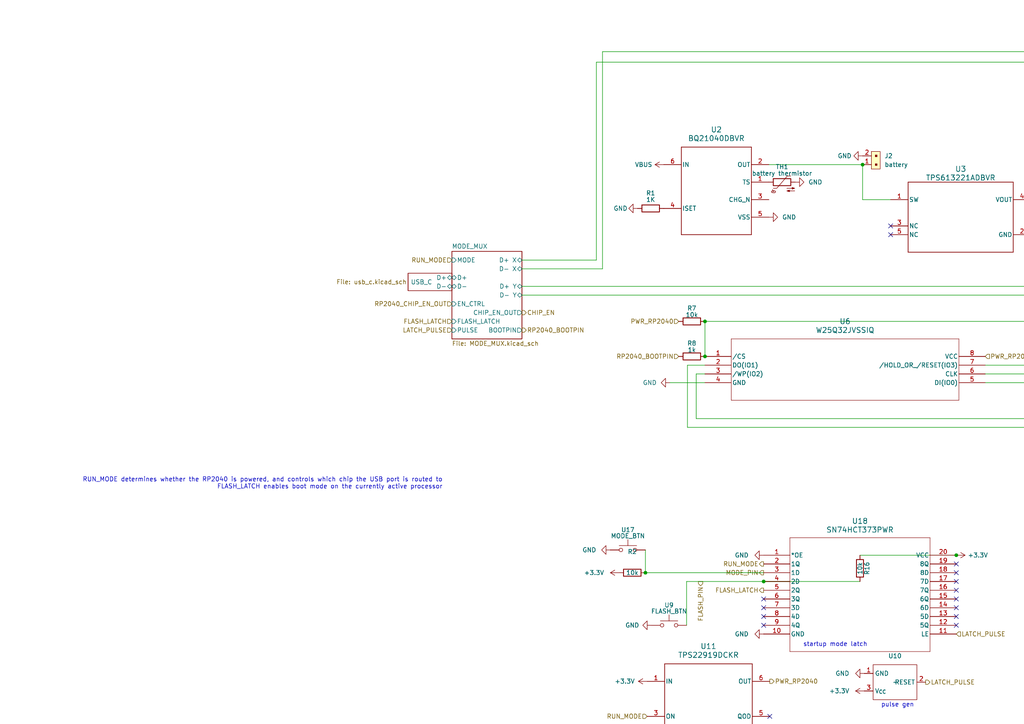
<source format=kicad_sch>
(kicad_sch (version 20230121) (generator eeschema)
  (paper "A4")
  (lib_symbols
    (symbol "2024-01-02_21-46-21:BQ21040DBVR" (pin_names (offset 0.254))
      (property "Reference" "U" (at 0 2.54 0))
      (property "Value" "BQ21040DBVR" (at 0 0 0))
      (symbol "BQ21040DBVR_0_1"
        (pin input line (at 15.24 2.54 180) (length 5.08) (name "TS") (number "1"))
        (pin power_in line (at 15.24 7.62 180) (length 5.08) (name "OUT") (number "2"))
        (pin open_collector line (at 15.24 -2.54 180) (length 5.08) (name "CHG_N") (number "3"))
        (pin input line (at -15.24 -5.08 0) (length 5.08) (name "ISET") (number "4"))
        (pin power_in line (at 15.24 -7.62 180) (length 5.08) (name "VSS") (number "5"))
        (pin power_in line (at -15.24 7.62 0) (length 5.08) (name "IN") (number "6"))
      )
    )
    (symbol "2024-01-02_21-46-27:TPS613221ADBVR" (pin_names (offset 0.254))
      (property "Reference" "U" (at 0 2.54 0))
      (property "Value" "TPS613221ADBVR" (at 0 0 0))
      (symbol "TPS613221ADBVR_0_1"
        (pin power_in line (at -20.32 5.08 0) (length 5.08) (name "SW") (number "1"))
        (pin power_in line (at 20.32 -5.08 180) (length 5.08) (name "GND") (number "2"))
        (pin unspecified line (at -20.32 -2.54 0) (length 5.08) (name "NC") (number "3"))
        (pin power_in line (at 20.32 5.08 180) (length 5.08) (name "VOUT") (number "4"))
        (pin unspecified line (at -20.32 -5.08 0) (length 5.08) (name "NC") (number "5"))
      )
    )
    (symbol "2024-01-09_16-08-29:W25Q32JVSSIQ" (pin_names (offset 0.254))
      (property "Reference" "U" (at 40.64 10.16 0))
      (property "Value" "W25Q32JVSSIQ" (at 40.64 7.62 0))
      (symbol "W25Q32JVSSIQ_0_1"
        (pin unspecified line (at 0 0 0) (length 7.62) (name "/CS") (number "1"))
        (pin unspecified line (at 0 -2.54 0) (length 7.62) (name "DO(IO1)") (number "2"))
        (pin unspecified line (at 0 -5.08 0) (length 7.62) (name "/WP(IO2)") (number "3"))
        (pin power_out line (at 0 -7.62 0) (length 7.62) (name "GND") (number "4"))
        (pin unspecified line (at 81.28 -7.62 180) (length 7.62) (name "DI(IO0)") (number "5"))
        (pin unspecified line (at 81.28 -5.08 180) (length 7.62) (name "CLK") (number "6"))
        (pin unspecified line (at 81.28 -2.54 180) (length 7.62) (name "/HOLD_OR_/RESET(IO3)") (number "7"))
        (pin power_in line (at 81.28 0 180) (length 7.62) (name "VCC") (number "8"))
      )
    )
    (symbol "2024-01-10_18-59-37:RESET_TIMER"
      (property "Reference" "U" (at 0 6.35 0))
      (symbol "RESET_TIMER_1_1"
        (pin passive line (at -8.89 2.54 0) (length 2.54) (name "GND") (number "1"))
        (pin output line (at 8.89 0 180) (length 2.54) (name "RESET") (number "2"))
        (pin passive line (at -8.89 -2.54 0) (length 2.54) (name "V_{CC}") (number "3"))
      )
    )
    (symbol "2024-01-10_19-26-16:TPS22919DCKR" (pin_names (offset 0.254))
      (property "Reference" "U" (at 0 2.54 0))
      (property "Value" "TPS22919DCKR" (at 0 0 0))
      (symbol "TPS22919DCKR_0_1"
        (pin power_in line (at -17.78 7.62 0) (length 5.08) (name "IN") (number "1"))
        (pin power_in line (at 17.78 -10.16 180) (length 5.08) (name "GND") (number "2"))
        (pin input line (at -17.78 -2.54 0) (length 5.08) (name "ON") (number "3"))
        (pin unspecified line (at -17.78 -10.16 0) (length 5.08) (name "N_C") (number "4"))
        (pin power_in line (at 17.78 -2.54 180) (length 5.08) (name "QOD") (number "5"))
        (pin power_in line (at 17.78 7.62 180) (length 5.08) (name "OUT") (number "6"))
      )
    )
    (symbol "2024-01-19_20-37-39:SN74HCT373PWR" (pin_names (offset 0.254))
      (property "Reference" "U" (at 27.94 10.16 0))
      (property "Value" "SN74HCT373PWR" (at 27.94 7.62 0))
      (symbol "SN74HCT373PWR_0_1"
        (pin input line (at 0 0 0) (length 7.62) (name "*OE") (number "1"))
        (pin power_in line (at 0 -22.86 0) (length 7.62) (name "GND") (number "10"))
        (pin input line (at 55.88 -22.86 180) (length 7.62) (name "LE") (number "11"))
        (pin output line (at 55.88 -20.32 180) (length 7.62) (name "5Q") (number "12"))
        (pin input line (at 55.88 -17.78 180) (length 7.62) (name "5D") (number "13"))
        (pin input line (at 55.88 -15.24 180) (length 7.62) (name "6D") (number "14"))
        (pin output line (at 55.88 -12.7 180) (length 7.62) (name "6Q") (number "15"))
        (pin output line (at 55.88 -10.16 180) (length 7.62) (name "7Q") (number "16"))
        (pin input line (at 55.88 -7.62 180) (length 7.62) (name "7D") (number "17"))
        (pin input line (at 55.88 -5.08 180) (length 7.62) (name "8D") (number "18"))
        (pin output line (at 55.88 -2.54 180) (length 7.62) (name "8Q") (number "19"))
        (pin output line (at 0 -2.54 0) (length 7.62) (name "1Q") (number "2"))
        (pin power_in line (at 55.88 0 180) (length 7.62) (name "VCC") (number "20"))
        (pin input line (at 0 -5.08 0) (length 7.62) (name "1D") (number "3"))
        (pin input line (at 0 -7.62 0) (length 7.62) (name "2D") (number "4"))
        (pin output line (at 0 -10.16 0) (length 7.62) (name "2Q") (number "5"))
        (pin output line (at 0 -12.7 0) (length 7.62) (name "3Q") (number "6"))
        (pin input line (at 0 -15.24 0) (length 7.62) (name "3D") (number "7"))
        (pin input line (at 0 -17.78 0) (length 7.62) (name "4D") (number "8"))
        (pin output line (at 0 -20.32 0) (length 7.62) (name "4Q") (number "9"))
      )
    )
    (symbol "5530843-5:5530843-5" (pin_names (offset 1.016))
      (property "Reference" "J" (at -10.16 34.29 0))
      (property "Value" "5530843-5" (at -10.16 -35.56 0))
      (symbol "5530843-5_0_0"
        (pin passive line (at -12.7 30.48 0) (length 5.08) (name "1") (number "1"))
        (pin passive line (at 12.7 20.32 180) (length 5.08) (name "10") (number "10"))
        (pin passive line (at -12.7 17.78 0) (length 5.08) (name "11") (number "11"))
        (pin passive line (at 12.7 17.78 180) (length 5.08) (name "12") (number "12"))
        (pin passive line (at -12.7 15.24 0) (length 5.08) (name "13") (number "13"))
        (pin passive line (at 12.7 15.24 180) (length 5.08) (name "14") (number "14"))
        (pin passive line (at -12.7 12.7 0) (length 5.08) (name "15") (number "15"))
        (pin passive line (at 12.7 12.7 180) (length 5.08) (name "16") (number "16"))
        (pin passive line (at -12.7 10.16 0) (length 5.08) (name "17") (number "17"))
        (pin passive line (at 12.7 10.16 180) (length 5.08) (name "18") (number "18"))
        (pin passive line (at -12.7 7.62 0) (length 5.08) (name "19") (number "19"))
        (pin passive line (at 12.7 30.48 180) (length 5.08) (name "2") (number "2"))
        (pin passive line (at 12.7 7.62 180) (length 5.08) (name "20") (number "20"))
        (pin passive line (at -12.7 5.08 0) (length 5.08) (name "21") (number "21"))
        (pin passive line (at 12.7 5.08 180) (length 5.08) (name "22") (number "22"))
        (pin passive line (at -12.7 2.54 0) (length 5.08) (name "23") (number "23"))
        (pin passive line (at 12.7 2.54 180) (length 5.08) (name "24") (number "24"))
        (pin passive line (at -12.7 0 0) (length 5.08) (name "25") (number "25"))
        (pin passive line (at 12.7 0 180) (length 5.08) (name "26") (number "26"))
        (pin passive line (at -12.7 -2.54 0) (length 5.08) (name "27") (number "27"))
        (pin passive line (at 12.7 -2.54 180) (length 5.08) (name "28") (number "28"))
        (pin passive line (at -12.7 -5.08 0) (length 5.08) (name "29") (number "29"))
        (pin passive line (at -12.7 27.94 0) (length 5.08) (name "3") (number "3"))
        (pin passive line (at 12.7 -5.08 180) (length 5.08) (name "30") (number "30"))
        (pin passive line (at -12.7 -7.62 0) (length 5.08) (name "31") (number "31"))
        (pin passive line (at 12.7 -7.62 180) (length 5.08) (name "32") (number "32"))
        (pin passive line (at -12.7 -10.16 0) (length 5.08) (name "33") (number "33"))
        (pin passive line (at 12.7 -10.16 180) (length 5.08) (name "34") (number "34"))
        (pin passive line (at -12.7 -12.7 0) (length 5.08) (name "35") (number "35"))
        (pin passive line (at 12.7 -12.7 180) (length 5.08) (name "36") (number "36"))
        (pin passive line (at -12.7 -15.24 0) (length 5.08) (name "37") (number "37"))
        (pin passive line (at 12.7 -15.24 180) (length 5.08) (name "38") (number "38"))
        (pin passive line (at -12.7 -17.78 0) (length 5.08) (name "39") (number "39"))
        (pin passive line (at 12.7 27.94 180) (length 5.08) (name "4") (number "4"))
        (pin passive line (at 12.7 -17.78 180) (length 5.08) (name "40") (number "40"))
        (pin passive line (at -12.7 -20.32 0) (length 5.08) (name "41") (number "41"))
        (pin passive line (at 12.7 -20.32 180) (length 5.08) (name "42") (number "42"))
        (pin passive line (at -12.7 -22.86 0) (length 5.08) (name "43") (number "43"))
        (pin passive line (at 12.7 -22.86 180) (length 5.08) (name "44") (number "44"))
        (pin passive line (at -12.7 -25.4 0) (length 5.08) (name "45") (number "45"))
        (pin passive line (at 12.7 -25.4 180) (length 5.08) (name "46") (number "46"))
        (pin passive line (at -12.7 -27.94 0) (length 5.08) (name "47") (number "47"))
        (pin passive line (at 12.7 -27.94 180) (length 5.08) (name "48") (number "48"))
        (pin passive line (at -12.7 -30.48 0) (length 5.08) (name "49") (number "49"))
        (pin passive line (at -12.7 25.4 0) (length 5.08) (name "5") (number "5"))
        (pin passive line (at 12.7 -30.48 180) (length 5.08) (name "50") (number "50"))
        (pin passive line (at 12.7 25.4 180) (length 5.08) (name "6") (number "6"))
        (pin passive line (at -12.7 22.86 0) (length 5.08) (name "7") (number "7"))
        (pin passive line (at 12.7 22.86 180) (length 5.08) (name "8") (number "8"))
        (pin passive line (at -12.7 20.32 0) (length 5.08) (name "9") (number "9"))
      )
    )
    (symbol "Connector:Micro_SD_Card" (pin_names (offset 1.016))
      (property "Reference" "J" (at -16.51 15.24 0))
      (property "Value" "Micro_SD_Card" (at 16.51 15.24 0))
      (symbol "Micro_SD_Card_1_1"
        (pin bidirectional line (at -22.86 7.62 0) (length 3.81) (name "DAT2") (number "1"))
        (pin bidirectional line (at -22.86 5.08 0) (length 3.81) (name "DAT3/CD") (number "2"))
        (pin input line (at -22.86 2.54 0) (length 3.81) (name "CMD") (number "3"))
        (pin power_in line (at -22.86 0 0) (length 3.81) (name "VDD") (number "4"))
        (pin input line (at -22.86 -2.54 0) (length 3.81) (name "CLK") (number "5"))
        (pin power_in line (at -22.86 -5.08 0) (length 3.81) (name "VSS") (number "6"))
        (pin bidirectional line (at -22.86 -7.62 0) (length 3.81) (name "DAT0") (number "7"))
        (pin bidirectional line (at -22.86 -10.16 0) (length 3.81) (name "DAT1") (number "8"))
        (pin passive line (at 20.32 -15.24 180) (length 3.81) (name "SHIELD") (number "9"))
      )
    )
    (symbol "Device:Crystal" (pin_numbers hide) (pin_names (offset 1.016) hide)
      (property "Reference" "Y" (at 0 3.81 0))
      (property "Value" "Crystal" (at 0 -3.81 0))
      (symbol "Crystal_1_1"
        (pin passive line (at -3.81 0 0) (length 1.27) (name "1") (number "1"))
        (pin passive line (at 3.81 0 180) (length 1.27) (name "2") (number "2"))
      )
    )
    (symbol "Device:R" (pin_numbers hide) (pin_names (offset 0))
      (property "Reference" "R" (at 2.032 0 90))
      (property "Value" "R" (at 0 0 90))
      (symbol "R_1_1"
        (pin passive line (at 0 3.81 270) (length 1.27) (name "~") (number "1"))
        (pin passive line (at 0 -3.81 90) (length 1.27) (name "~") (number "2"))
      )
    )
    (symbol "Device:Thermistor_NTC" (pin_numbers hide) (pin_names (offset 0))
      (property "Reference" "TH" (at -4.445 0 90))
      (property "Value" "Thermistor_NTC" (at 3.175 0 90))
      (symbol "Thermistor_NTC_1_1"
        (pin passive line (at 0 3.81 270) (length 1.27) (name "~") (number "1"))
        (pin passive line (at 0 -3.81 90) (length 1.27) (name "~") (number "2"))
      )
    )
    (symbol "MCU_RaspberryPi:RP2040"
      (property "Reference" "U" (at 17.78 45.72 0))
      (property "Value" "RP2040" (at 17.78 43.18 0))
      (symbol "RP2040_1_1"
        (pin power_in line (at 2.54 45.72 270) (length 3.81) (name "IOVDD") (number "1"))
        (pin passive line (at 2.54 45.72 270) (length 3.81) hide (name "IOVDD") (number "10"))
        (pin bidirectional line (at 25.4 17.78 180) (length 3.81) (name "GPIO8") (number "11"))
        (pin bidirectional line (at 25.4 15.24 180) (length 3.81) (name "GPIO9") (number "12"))
        (pin bidirectional line (at 25.4 12.7 180) (length 3.81) (name "GPIO10") (number "13"))
        (pin bidirectional line (at 25.4 10.16 180) (length 3.81) (name "GPIO11") (number "14"))
        (pin bidirectional line (at 25.4 7.62 180) (length 3.81) (name "GPIO12") (number "15"))
        (pin bidirectional line (at 25.4 5.08 180) (length 3.81) (name "GPIO13") (number "16"))
        (pin bidirectional line (at 25.4 2.54 180) (length 3.81) (name "GPIO14") (number "17"))
        (pin bidirectional line (at 25.4 0 180) (length 3.81) (name "GPIO15") (number "18"))
        (pin input line (at -25.4 -38.1 0) (length 3.81) (name "TESTEN") (number "19"))
        (pin bidirectional line (at 25.4 38.1 180) (length 3.81) (name "GPIO0") (number "2"))
        (pin input line (at -25.4 -7.62 0) (length 3.81) (name "XIN") (number "20"))
        (pin passive line (at -25.4 -17.78 0) (length 3.81) (name "XOUT") (number "21"))
        (pin passive line (at 2.54 45.72 270) (length 3.81) hide (name "IOVDD") (number "22"))
        (pin power_in line (at -2.54 45.72 270) (length 3.81) (name "DVDD") (number "23"))
        (pin input line (at -25.4 -27.94 0) (length 3.81) (name "SWCLK") (number "24"))
        (pin bidirectional line (at -25.4 -30.48 0) (length 3.81) (name "SWD") (number "25"))
        (pin input line (at -25.4 38.1 0) (length 3.81) (name "RUN") (number "26"))
        (pin bidirectional line (at 25.4 -2.54 180) (length 3.81) (name "GPIO16") (number "27"))
        (pin bidirectional line (at 25.4 -5.08 180) (length 3.81) (name "GPIO17") (number "28"))
        (pin bidirectional line (at 25.4 -7.62 180) (length 3.81) (name "GPIO18") (number "29"))
        (pin bidirectional line (at 25.4 35.56 180) (length 3.81) (name "GPIO1") (number "3"))
        (pin bidirectional line (at 25.4 -10.16 180) (length 3.81) (name "GPIO19") (number "30"))
        (pin bidirectional line (at 25.4 -12.7 180) (length 3.81) (name "GPIO20") (number "31"))
        (pin bidirectional line (at 25.4 -15.24 180) (length 3.81) (name "GPIO21") (number "32"))
        (pin passive line (at 2.54 45.72 270) (length 3.81) hide (name "IOVDD") (number "33"))
        (pin bidirectional line (at 25.4 -17.78 180) (length 3.81) (name "GPIO22") (number "34"))
        (pin bidirectional line (at 25.4 -20.32 180) (length 3.81) (name "GPIO23") (number "35"))
        (pin bidirectional line (at 25.4 -22.86 180) (length 3.81) (name "GPIO24") (number "36"))
        (pin bidirectional line (at 25.4 -25.4 180) (length 3.81) (name "GPIO25") (number "37"))
        (pin bidirectional line (at 25.4 -30.48 180) (length 3.81) (name "GPIO26_ADC0") (number "38"))
        (pin bidirectional line (at 25.4 -33.02 180) (length 3.81) (name "GPIO27_ADC1") (number "39"))
        (pin bidirectional line (at 25.4 33.02 180) (length 3.81) (name "GPIO2") (number "4"))
        (pin bidirectional line (at 25.4 -35.56 180) (length 3.81) (name "GPIO28_ADC2") (number "40"))
        (pin bidirectional line (at 25.4 -38.1 180) (length 3.81) (name "GPIO29_ADC3") (number "41"))
        (pin passive line (at 2.54 45.72 270) (length 3.81) hide (name "IOVDD") (number "42"))
        (pin power_in line (at 7.62 45.72 270) (length 3.81) (name "ADC_AVDD") (number "43"))
        (pin power_in line (at 10.16 45.72 270) (length 3.81) (name "VREG_IN") (number "44"))
        (pin power_out line (at -5.08 45.72 270) (length 3.81) (name "VREG_VOUT") (number "45"))
        (pin bidirectional line (at -25.4 27.94 0) (length 3.81) (name "USB_DM") (number "46"))
        (pin bidirectional line (at -25.4 30.48 0) (length 3.81) (name "USB_DP") (number "47"))
        (pin power_in line (at 5.08 45.72 270) (length 3.81) (name "USB_VDD") (number "48"))
        (pin passive line (at 2.54 45.72 270) (length 3.81) hide (name "IOVDD") (number "49"))
        (pin bidirectional line (at 25.4 30.48 180) (length 3.81) (name "GPIO3") (number "5"))
        (pin passive line (at -2.54 45.72 270) (length 3.81) hide (name "DVDD") (number "50"))
        (pin bidirectional line (at -25.4 7.62 0) (length 3.81) (name "QSPI_SD3") (number "51"))
        (pin output line (at -25.4 5.08 0) (length 3.81) (name "QSPI_SCLK") (number "52"))
        (pin bidirectional line (at -25.4 15.24 0) (length 3.81) (name "QSPI_SD0") (number "53"))
        (pin bidirectional line (at -25.4 10.16 0) (length 3.81) (name "QSPI_SD2") (number "54"))
        (pin bidirectional line (at -25.4 12.7 0) (length 3.81) (name "QSPI_SD1") (number "55"))
        (pin bidirectional line (at -25.4 20.32 0) (length 3.81) (name "QSPI_SS") (number "56"))
        (pin power_in line (at 0 -45.72 90) (length 3.81) (name "GND") (number "57"))
        (pin bidirectional line (at 25.4 27.94 180) (length 3.81) (name "GPIO4") (number "6"))
        (pin bidirectional line (at 25.4 25.4 180) (length 3.81) (name "GPIO5") (number "7"))
        (pin bidirectional line (at 25.4 22.86 180) (length 3.81) (name "GPIO6") (number "8"))
        (pin bidirectional line (at 25.4 20.32 180) (length 3.81) (name "GPIO7") (number "9"))
      )
    )
    (symbol "Switch:SW_SPDT" (pin_names (offset 0) hide)
      (property "Reference" "SW" (at 0 5.08 0))
      (property "Value" "SW_SPDT" (at 0 -5.08 0))
      (symbol "SW_SPDT_1_1"
        (pin passive line (at 5.08 2.54 180) (length 2.54) (name "A") (number "1"))
        (pin passive line (at -5.08 0 0) (length 2.54) (name "B") (number "2"))
        (pin passive line (at 5.08 -2.54 180) (length 2.54) (name "C") (number "3"))
      )
    )
    (symbol "custom:button" (pin_numbers hide) (pin_names hide)
      (property "Reference" "U" (at 0 5.08 0))
      (symbol "button_1_1"
        (pin passive line (at -5.08 0 0) (length 2.54) (name "1") (number "1"))
        (pin passive line (at 5.08 0 180) (length 2.54) (name "2") (number "2"))
      )
    )
    (symbol "dk_Rectangular-Connectors-Headers-Male-Pins:640456-3" (pin_names (offset 1.016))
      (property "Reference" "J" (at -2.54 1.27 0))
      (property "Value" "640456-3" (at 2.54 -3.81 0))
      (symbol "640456-3_1_1"
        (pin passive line (at 0 2.54 270) (length 2.54) (name "~") (number "1"))
        (pin passive line (at 2.54 2.54 270) (length 2.54) (name "~") (number "2"))
        (pin passive line (at 5.08 2.54 270) (length 2.54) (name "~") (number "3"))
      )
    )
    (symbol "dk_Rectangular-Connectors-Headers-Male-Pins:S2B-PH-K-S_LF__SN_" (pin_names (offset 1.016))
      (property "Reference" "J" (at -2.54 -1.27 0))
      (property "Value" "S2B-PH-K-S_LF__SN_" (at 1.27 -3.81 0))
      (symbol "S2B-PH-K-S_LF__SN__1_1"
        (pin passive line (at 0 2.54 270) (length 2.54) (name "~") (number "1"))
        (pin passive line (at 2.54 2.54 270) (length 2.54) (name "~") (number "2"))
      )
    )
    (symbol "power:+3.3V" (power) (pin_names (offset 0))
      (property "Value" "+3.3V" (at 0 3.556 0))
      (symbol "+3.3V_1_1"
        (pin power_in line (at 0 0 90) (length 0) hide (name "+3.3V") (number "1"))
      )
    )
    (symbol "power:GND" (power) (pin_names (offset 0))
      (property "Value" "GND" (at 0 -3.81 0))
      (symbol "GND_1_1"
        (pin power_in line (at 0 0 270) (length 0) hide (name "GND") (number "1"))
      )
    )
    (symbol "power:VBUS" (power) (pin_names (offset 0))
      (property "Value" "VBUS" (at 0 3.81 0))
      (symbol "VBUS_1_1"
        (pin power_in line (at 0 0 90) (length 0) hide (name "VBUS") (number "1"))
      )
    )
    (symbol "power:VCC" (power) (pin_names (offset 0))
      (property "Value" "VCC" (at 0 3.81 0))
      (symbol "VCC_1_1"
        (pin power_in line (at 0 0 90) (length 0) hide (name "VCC") (number "1"))
      )
    )
  )
  (junction (at 402.082 44.45))
  (junction (at 250.19 47.752))
  (junction (at 421.894 218.44))
  (junction (at 447.294 185.928))
  (junction (at 579.374 288.798))
  (junction (at 221.488 168.656))
  (junction (at 424.434 220.98))
  (junction (at 553.974 349.758))
  (junction (at 277.368 161.036))
  (junction (at 579.374 349.758))
  (junction (at 352.806 67.818))
  (junction (at 324.358 159.258))
  (junction (at 350.266 67.818))
  (junction (at 204.47 93.218))
  (junction (at 187.198 166.116))
  (junction (at 553.974 288.798))
  (junction (at 204.47 103.378))
  (junction (at 350.266 64.008))
  (junction (at 402.082 34.29))
  (junction (at 355.346 67.818))
  (no_connect (at 258.318 68.072))
  (no_connect (at 258.318 65.532))
  (no_connect (at 221.488 178.816))
  (no_connect (at 277.368 176.276))
  (no_connect (at 277.368 166.116))
  (no_connect (at 277.368 163.576))
  (no_connect (at 402.082 52.07))
  (no_connect (at 277.368 181.356))
  (no_connect (at 277.368 168.656))
  (no_connect (at 373.126 151.638))
  (no_connect (at 277.368 178.816))
  (no_connect (at 221.488 181.356))
  (no_connect (at 223.266 207.772))
  (no_connect (at 437.642 44.45))
  (no_connect (at 277.368 171.196))
  (no_connect (at 221.488 173.736))
  (no_connect (at 277.368 173.736))
  (no_connect (at 187.706 215.392))
  (no_connect (at 221.488 176.276))
  (wire (pts (xy 451.866 191.008) (xy 451.866 185.928)))
  (wire (pts (xy 172.974 18.034) (xy 549.148 18.034)))
  (wire (pts (xy 432.054 226.06) (xy 429.514 226.06)))
  (wire (pts (xy 322.326 130.048) (xy 322.326 131.318)))
  (wire (pts (xy 151.384 75.438) (xy 172.974 75.438)))
  (wire (pts (xy 322.326 64.008) (xy 350.266 64.008)))
  (wire (pts (xy 403.86 220.98) (xy 424.434 220.98)))
  (wire (pts (xy 402.082 146.558) (xy 402.082 155.448)))
  (wire (pts (xy 373.126 108.458) (xy 411.734 108.458)))
  (wire (pts (xy 373.126 88.138) (xy 411.734 88.138)))
  (wire (pts (xy 174.752 77.978) (xy 174.752 14.986)))
  (wire (pts (xy 199.39 105.918) (xy 199.39 123.952)))
  (wire (pts (xy 285.75 108.458) (xy 322.326 108.458)))
  (wire (pts (xy 311.15 110.998) (xy 311.15 98.298)))
  (wire (pts (xy 250.19 47.752) (xy 250.19 57.912)))
  (wire (pts (xy 187.198 159.512) (xy 187.198 166.116)))
  (wire (pts (xy 201.93 121.412) (xy 316.23 121.412)))
  (wire (pts (xy 322.326 159.258) (xy 324.358 159.258)))
  (wire (pts (xy 221.488 168.656) (xy 249.428 168.656)))
  (wire (pts (xy 399.542 157.988) (xy 399.542 144.018)))
  (wire (pts (xy 373.126 85.598) (xy 411.734 85.598)))
  (wire (pts (xy 553.974 347.218) (xy 553.974 349.758)))
  (wire (pts (xy 402.082 185.928) (xy 447.294 185.928)))
  (wire (pts (xy 342.646 67.818) (xy 345.186 67.818)))
  (wire (pts (xy 454.406 152.908) (xy 404.622 152.908)))
  (wire (pts (xy 421.894 163.068) (xy 454.406 163.068)))
  (wire (pts (xy 553.974 288.798) (xy 553.974 291.338)))
  (wire (pts (xy 402.082 34.29) (xy 402.082 35.56)))
  (wire (pts (xy 322.326 151.638) (xy 322.326 159.258)))
  (wire (pts (xy 194.31 110.998) (xy 204.47 110.998)))
  (wire (pts (xy 373.126 131.318) (xy 411.734 131.318)))
  (wire (pts (xy 499.872 155.448) (xy 555.244 155.448)))
  (wire (pts (xy 352.806 67.818) (xy 355.346 67.818)))
  (wire (pts (xy 285.75 105.918) (xy 322.326 105.918)))
  (wire (pts (xy 402.082 49.53) (xy 402.082 44.45)))
  (wire (pts (xy 313.69 100.838) (xy 322.326 100.838)))
  (wire (pts (xy 373.126 95.758) (xy 411.734 95.758)))
  (wire (pts (xy 350.266 59.182) (xy 350.266 64.008)))
  (wire (pts (xy 151.384 77.978) (xy 174.752 77.978)))
  (wire (pts (xy 424.434 165.608) (xy 454.406 165.608)))
  (wire (pts (xy 549.148 18.034) (xy 549.148 152.908)))
  (wire (pts (xy 402.082 196.088) (xy 402.082 185.928)))
  (wire (pts (xy 426.974 223.52) (xy 432.054 223.52)))
  (wire (pts (xy 373.126 80.518) (xy 411.734 80.518)))
  (wire (pts (xy 373.126 100.838) (xy 411.734 100.838)))
  (wire (pts (xy 373.126 116.078) (xy 411.734 116.078)))
  (wire (pts (xy 249.428 161.036) (xy 277.368 161.036)))
  (wire (pts (xy 373.126 93.218) (xy 411.734 93.218)))
  (wire (pts (xy 404.622 152.908) (xy 404.622 138.938)))
  (wire (pts (xy 172.974 75.438) (xy 172.974 18.034)))
  (wire (pts (xy 373.126 128.778) (xy 411.734 128.778)))
  (wire (pts (xy 555.244 14.986) (xy 555.244 155.448)))
  (wire (pts (xy 404.622 138.938) (xy 373.126 138.938)))
  (wire (pts (xy 399.542 144.018) (xy 373.126 144.018)))
  (wire (pts (xy 285.75 110.998) (xy 311.15 110.998)))
  (wire (pts (xy 447.294 183.388) (xy 450.342 183.388)))
  (wire (pts (xy 373.126 123.698) (xy 411.734 123.698)))
  (wire (pts (xy 421.894 163.068) (xy 421.894 218.44)))
  (wire (pts (xy 373.126 118.618) (xy 411.734 118.618)))
  (wire (pts (xy 579.374 347.218) (xy 579.374 349.758)))
  (wire (pts (xy 451.104 183.388) (xy 451.104 188.468)))
  (wire (pts (xy 447.294 175.768) (xy 454.406 175.768)))
  (wire (pts (xy 447.294 191.008) (xy 451.866 191.008)))
  (wire (pts (xy 373.126 121.158) (xy 411.734 121.158)))
  (wire (pts (xy 394.97 34.29) (xy 402.082 34.29)))
  (wire (pts (xy 450.342 180.848) (xy 454.406 180.848)))
  (wire (pts (xy 407.416 150.368) (xy 454.406 150.368)))
  (wire (pts (xy 373.126 90.678) (xy 411.734 90.678)))
  (wire (pts (xy 402.082 155.448) (xy 454.406 155.448)))
  (wire (pts (xy 373.126 103.378) (xy 411.734 103.378)))
  (wire (pts (xy 454.406 183.388) (xy 451.104 183.388)))
  (wire (pts (xy 451.866 185.928) (xy 454.406 185.928)))
  (wire (pts (xy 187.198 166.116) (xy 221.488 166.116)))
  (wire (pts (xy 322.326 64.008) (xy 322.326 75.438)))
  (wire (pts (xy 373.126 105.918) (xy 411.734 105.918)))
  (wire (pts (xy 350.266 64.008) (xy 350.266 67.818)))
  (wire (pts (xy 350.266 67.818) (xy 352.806 67.818)))
  (wire (pts (xy 174.752 14.986) (xy 555.244 14.986)))
  (wire (pts (xy 404.114 196.088) (xy 402.082 196.088)))
  (wire (pts (xy 316.23 121.412) (xy 316.23 103.378)))
  (wire (pts (xy 447.294 188.468) (xy 451.104 188.468)))
  (wire (pts (xy 403.86 218.44) (xy 421.894 218.44)))
  (wire (pts (xy 199.39 123.952) (xy 313.69 123.952)))
  (wire (pts (xy 579.374 288.798) (xy 579.374 291.338)))
  (wire (pts (xy 429.514 170.688) (xy 454.406 170.688)))
  (wire (pts (xy 373.126 146.558) (xy 402.082 146.558)))
  (wire (pts (xy 426.974 168.148) (xy 426.974 223.52)))
  (wire (pts (xy 355.346 67.818) (xy 357.886 67.818)))
  (wire (pts (xy 373.126 110.998) (xy 411.734 110.998)))
  (wire (pts (xy 383.54 49.53) (xy 402.082 49.53)))
  (wire (pts (xy 322.326 121.158) (xy 322.326 122.428)))
  (wire (pts (xy 407.416 136.398) (xy 407.416 150.368)))
  (wire (pts (xy 204.47 105.918) (xy 199.39 105.918)))
  (wire (pts (xy 151.384 83.058) (xy 314.706 83.058)))
  (wire (pts (xy 204.47 93.218) (xy 204.47 103.378)))
  (wire (pts (xy 373.126 136.398) (xy 407.416 136.398)))
  (wire (pts (xy 426.974 168.148) (xy 454.406 168.148)))
  (wire (pts (xy 373.126 126.238) (xy 411.734 126.238)))
  (wire (pts (xy 429.514 226.06) (xy 429.514 170.688)))
  (wire (pts (xy 450.342 183.388) (xy 450.342 180.848)))
  (wire (pts (xy 201.93 108.458) (xy 201.93 121.412)))
  (wire (pts (xy 447.294 173.228) (xy 454.406 173.228)))
  (wire (pts (xy 311.15 98.298) (xy 322.326 98.298)))
  (wire (pts (xy 424.434 220.98) (xy 424.434 165.608)))
  (wire (pts (xy 250.19 57.912) (xy 258.318 57.912)))
  (wire (pts (xy 199.136 168.656) (xy 199.136 181.356)))
  (wire (pts (xy 199.136 168.656) (xy 221.488 168.656)))
  (wire (pts (xy 447.294 178.308) (xy 454.406 178.308)))
  (wire (pts (xy 373.126 83.058) (xy 411.734 83.058)))
  (wire (pts (xy 151.384 85.598) (xy 314.706 85.598)))
  (wire (pts (xy 313.69 123.952) (xy 313.69 100.838)))
  (wire (pts (xy 402.082 44.45) (xy 402.082 43.18)))
  (wire (pts (xy 454.406 157.988) (xy 399.542 157.988)))
  (wire (pts (xy 204.47 93.218) (xy 322.326 93.218)))
  (wire (pts (xy 324.358 159.258) (xy 347.726 159.258)))
  (wire (pts (xy 373.126 113.538) (xy 411.734 113.538)))
  (wire (pts (xy 316.23 103.378) (xy 322.326 103.378)))
  (wire (pts (xy 432.054 220.98) (xy 424.434 220.98)))
  (wire (pts (xy 421.894 218.44) (xy 432.054 218.44)))
  (wire (pts (xy 373.126 98.298) (xy 411.734 98.298)))
  (wire (pts (xy 223.012 47.752) (xy 250.19 47.752)))
  (wire (pts (xy 499.872 152.908) (xy 549.148 152.908)))
  (wire (pts (xy 373.126 133.858) (xy 411.734 133.858)))
  (wire (pts (xy 204.47 108.458) (xy 201.93 108.458)))
  (rectangle (start 408.94 209.804) (end 472.44 308.864) (stroke (width 1)))
  (rectangle (start 527.558 274.574) (end 604.52 406.146) (stroke (width 1)))
  (rectangle (start 520.192 181.864) (end 604.774 253.746) (stroke (width 1)))
  (text "pulse gen" (at 255.524 205.232 0) (effects (font (size 1.27 1.27)) (justify left bottom)))
  (text "RUN_MODE determines whether the RP2040 is powered, and controls which chip the USB port is routed to\nFLASH_LATCH enables boot mode on the currently active processor" (at 128.397 141.986 0) (effects (font (size 1.27 1.27)) (justify right bottom)))
  (text "main keypad (\"Main Block\")" (at 522.986 188.214 0) (effects (font (size 2.5 2.5) (thickness 0.5) bold) (justify left bottom)))
  (text "startup mode latch" (at 232.918 187.706 0) (effects (font (size 1.27 1.27)) (justify left bottom)))
  (text "RP2040 power controller" (at 193.294 220.472 0) (effects (font (size 1.27 1.27)) (justify left bottom)))
  (text "edge connector" (at 529.844 280.67 0) (effects (font (size 2.5 2.5) (thickness 1) bold) (justify left bottom)))
  (text "main connector IO" (at 414.782 211.582 90) (effects (font (size 2.5 2.5) bold) (justify right bottom)))
  (hierarchical_label "KPA0" (shape input) (at 563.372 196.342 180))
  (hierarchical_label "KPB12" (shape input) (at 446.024 289.56 0))
  (hierarchical_label "CHIP_EN" (shape output) (at 151.384 90.678 0))
  (hierarchical_label "KPB8" (shape input) (at 446.024 279.4 0))
  (hierarchical_label "KPA11" (shape input) (at 579.374 321.818 0))
  (hierarchical_label "KPB1" (shape output) (at 553.974 296.418 180))
  (hierarchical_label "KPB6" (shape output) (at 563.372 216.662 180))
  (hierarchical_label "KPB9" (shape output) (at 563.372 224.282 180))
  (hierarchical_label "RP2040_UART0_RX" (shape input) (at 373.126 77.978 0))
  (hierarchical_label "PWR_RP2040" (shape output) (at 223.266 197.612 0))
  (hierarchical_label "KPB6" (shape output) (at 553.974 309.118 180))
  (hierarchical_label "LATCH_PULSE" (shape output) (at 268.478 197.866 0))
  (hierarchical_label "KPB7" (shape output) (at 563.372 219.202 180))
  (hierarchical_label "PWR_RP2040" (shape input) (at 411.734 77.978 180))
  (hierarchical_label "KPB15" (shape output) (at 553.974 331.978 180))
  (hierarchical_label "KPB2" (shape output) (at 563.372 206.502 180))
  (hierarchical_label "KPA8" (shape output) (at 446.024 238.76 0))
  (hierarchical_label "CHIP_EN" (shape input) (at 454.406 145.288 180))
  (hierarchical_label "FLASH_PIN" (shape output) (at 203.2 168.656 270))
  (hierarchical_label "KPA14" (shape input) (at 579.374 329.438 0))
  (hierarchical_label "FLASH_PIN" (shape output) (at 579.374 334.518 0))
  (hierarchical_label "RP2040_CHIP_EN_OUT" (shape input) (at 131.064 88.138 180))
  (hierarchical_label "FLASH_LATCH" (shape output) (at 221.488 171.196 180))
  (hierarchical_label "KPB10" (shape output) (at 563.372 226.822 180))
  (hierarchical_label "KPB11" (shape output) (at 553.974 321.818 180))
  (hierarchical_label "KPA15" (shape output) (at 446.024 256.54 0))
  (hierarchical_label "RP2040_UART0_RX" (shape output) (at 579.374 339.598 0))
  (hierarchical_label "ESP32_UART0_RX" (shape input) (at 499.872 145.288 0))
  (hierarchical_label "RP2040_BOOTPIN" (shape input) (at 196.85 103.378 180))
  (hierarchical_label "KPB3" (shape input) (at 446.024 266.7 0))
  (hierarchical_label "KPB8" (shape output) (at 563.372 221.742 180))
  (hierarchical_label "KPB7" (shape output) (at 553.974 311.658 180))
  (hierarchical_label "KPA3" (shape input) (at 579.374 301.498 0))
  (hierarchical_label "KPA5" (shape input) (at 579.374 306.578 0))
  (hierarchical_label "KPA1" (shape input) (at 563.372 198.882 180))
  (hierarchical_label "KPA2" (shape input) (at 579.374 298.958 0))
  (hierarchical_label "GPIO_I2C_INT" (shape bidirectional) (at 579.374 342.138 0))
  (hierarchical_label "KPB0" (shape output) (at 563.372 201.422 180))
  (hierarchical_label "KPA0" (shape output) (at 446.024 218.44 0))
  (hierarchical_label "KPB15" (shape input) (at 446.024 297.18 0))
  (hierarchical_label "KPA13" (shape input) (at 579.374 326.898 0))
  (hierarchical_label "RP2040_CHIP_EN_OUT" (shape input) (at 373.126 149.098 0))
  (hierarchical_label "KPB15" (shape output) (at 563.372 239.522 180))
  (hierarchical_label "GPIO_I2C_SDA" (shape bidirectional) (at 403.86 220.98 180))
  (hierarchical_label "KPB14" (shape output) (at 563.372 236.982 180))
  (hierarchical_label "KPA0" (shape input) (at 579.374 293.878 0))
  (hierarchical_label "KPB6" (shape input) (at 446.024 274.32 0))
  (hierarchical_label "KPB13" (shape output) (at 563.372 234.442 180))
  (hierarchical_label "ESP32_UART0_TX" (shape output) (at 499.872 147.828 0))
  (hierarchical_label "FLASH_LATCH" (shape input) (at 454.406 193.548 180))
  (hierarchical_label "RUN_MODE" (shape input) (at 131.064 75.438 180))
  (hierarchical_label "KPA13" (shape output) (at 446.024 251.46 0))
  (hierarchical_label "KPA9" (shape input) (at 579.374 316.738 0))
  (hierarchical_label "KPA14" (shape output) (at 446.024 254 0))
  (hierarchical_label "RUN_MODE" (shape input) (at 187.706 207.772 180))
  (hierarchical_label "KPA10" (shape input) (at 579.374 319.278 0))
  (hierarchical_label "KPA4" (shape input) (at 579.374 304.038 0))
  (hierarchical_label "KPA10" (shape output) (at 446.024 243.84 0))
  (hierarchical_label "GLOBAL_RESET_PIN" (shape output) (at 553.974 334.518 180))
  (hierarchical_label "KPB5" (shape output) (at 553.974 306.578 180))
  (hierarchical_label "GPIO_I2C_SCL" (shape bidirectional) (at 553.974 344.678 180))
  (hierarchical_label "KPB3" (shape output) (at 553.974 301.498 180))
  (hierarchical_label "KPB0" (shape output) (at 553.974 293.878 180))
  (hierarchical_label "PWR_RP2040" (shape output) (at 350.266 59.182 90))
  (hierarchical_label "KPB5" (shape input) (at 446.024 271.78 0))
  (hierarchical_label "KPA7" (shape input) (at 579.374 311.658 0))
  (hierarchical_label "KPA6" (shape input) (at 579.374 309.118 0))
  (hierarchical_label "KPB10" (shape input) (at 446.024 284.48 0))
  (hierarchical_label "ESP32_UART0_TX" (shape input) (at 579.374 337.058 0))
  (hierarchical_label "GPIO_I2C_SDA" (shape bidirectional) (at 579.374 344.678 0))
  (hierarchical_label "KPA7" (shape output) (at 446.024 236.22 0))
  (hierarchical_label "PWR_RP2040" (shape input) (at 196.85 93.218 180))
  (hierarchical_label "GLOBAL_RESET_PIN" (shape input) (at 383.54 49.53 180))
  (hierarchical_label "LATCH_PULSE" (shape input) (at 277.368 183.896 0))
  (hierarchical_label "KPA15" (shape input) (at 579.374 331.978 0))
  (hierarchical_label "KPB4" (shape output) (at 563.372 211.582 180))
  (hierarchical_label "KPB13" (shape input) (at 446.024 292.1 0))
  (hierarchical_label "KPA1" (shape input) (at 579.374 296.418 0))
  (hierarchical_label "KPB13" (shape output) (at 553.974 326.898 180))
  (hierarchical_label "KPB0" (shape input) (at 446.024 259.08 0))
  (hierarchical_label "KPB14" (shape output) (at 553.974 329.438 180))
  (hierarchical_label "KPB2" (shape output) (at 553.974 298.958 180))
  (hierarchical_label "KPA4" (shape output) (at 446.024 228.6 0))
  (hierarchical_label "KPB3" (shape output) (at 563.372 209.042 180))
  (hierarchical_label "FLASH_LATCH" (shape input) (at 131.064 93.218 180))
  (hierarchical_label "PWR_RP2040" (shape input) (at 285.75 103.378 0))
  (hierarchical_label "KPA11" (shape output) (at 446.024 246.38 0))
  (hierarchical_label "RP2040_UART0_TX" (shape output) (at 373.126 75.438 0))
  (hierarchical_label "KPB8" (shape output) (at 553.974 314.198 180))
  (hierarchical_label "KPB10" (shape output) (at 553.974 319.278 180))
  (hierarchical_label "KPB9" (shape input) (at 446.024 281.94 0))
  (hierarchical_label "ESP32_UART0_RX" (shape output) (at 553.974 337.058 180))
  (hierarchical_label "KPA9" (shape output) (at 446.024 241.3 0))
  (hierarchical_label "KPB12" (shape output) (at 553.974 324.358 180))
  (hierarchical_label "RUN_MODE" (shape output) (at 221.488 163.576 180))
  (hierarchical_label "KPB4" (shape output) (at 553.974 304.038 180))
  (hierarchical_label "KPB7" (shape input) (at 446.024 276.86 0))
  (hierarchical_label "KPA6" (shape output) (at 446.024 233.68 0))
  (hierarchical_label "KPB1" (shape input) (at 446.024 261.62 0))
  (hierarchical_label "KPA12" (shape input) (at 579.374 324.358 0))
  (hierarchical_label "KPA2" (shape output) (at 446.024 223.52 0))
  (hierarchical_label "KPB9" (shape output) (at 553.974 316.738 180))
  (hierarchical_label "KPB11" (shape output) (at 563.372 229.362 180))
  (hierarchical_label "KPB2" (shape input) (at 446.024 264.16 0))
  (hierarchical_label "KPA3" (shape output) (at 446.024 226.06 0))
  (hierarchical_label "GPIO_I2C_SCL" (shape bidirectional) (at 403.86 218.44 180))
  (hierarchical_label "KPB1" (shape output) (at 563.372 203.962 180))
  (hierarchical_label "KPA5" (shape output) (at 446.024 231.14 0))
  (hierarchical_label "KPA8" (shape input) (at 579.374 314.198 0))
  (hierarchical_label "KPA12" (shape output) (at 446.024 248.92 0))
  (hierarchical_label "RP2040_BOOTPIN" (shape output) (at 151.384 95.758 0))
  (hierarchical_label "KPA1" (shape output) (at 446.024 220.98 0))
  (hierarchical_label "KPB11" (shape input) (at 446.024 287.02 0))
  (hierarchical_label "KPB5" (shape output) (at 563.372 214.122 180))
  (hierarchical_label "KPB14" (shape input) (at 446.024 294.64 0))
  (hierarchical_label "RP2040_UART0_TX" (shape input) (at 553.974 339.598 180))
  (hierarchical_label "LATCH_PULSE" (shape input) (at 131.064 95.758 180))
  (hierarchical_label "MODE_PIN" (shape output) (at 553.974 342.138 180))
  (hierarchical_label "KPB4" (shape input) (at 446.024 269.24 0))
  (hierarchical_label "KPB12" (shape output) (at 563.372 231.902 180))
  (hierarchical_label "MODE_PIN" (shape output) (at 221.488 166.116 180))
  (symbol (lib_id "2024-01-09_16-08-29:W25Q32JVSSIQ") (at 204.47 103.378 0) (unit 1)
    (property "Reference" "U6" (at 245.11 93.218 0) (effects (font (size 1.524 1.524))))
    (property "Value" "W25Q32JVSSIQ" (at 245.11 95.758 0) (effects (font (size 1.524 1.524))))
    (property "Footprint" "footprints:SOIC-8_5P28X5P28_WIN" (effects hide))
    (property "Datasheet" "W25Q32JVSSIQ" (effects hide))
  )
  (symbol (lib_id "power:VCC") (at 298.958 57.912 270) (unit 1)
    (property "Reference" "#PWR027" (effects hide))
    (property "Value" "VCC" (at 302.26 57.912 90) (effects (justify left)))
  )
  (symbol (lib_id "5530843-5:5530843-5") (at 566.674 319.278 0) (mirror x) (unit 1)
    (property "Reference" "J3" (at 556.514 353.568 0) (effects (justify left bottom)))
    (property "Value" "5530843-5" (at 556.514 283.718 0) (effects (justify left bottom)))
    (property "Footprint" "5530843_5:edgeport" (effects hide))
    (property "PARTREV" "G1" (effects hide))
    (property "STANDARD" "Manufacturer Recommendations" (effects hide))
    (property "MAXIMUM_PACKAGE_HEIGHT" "15.5 mm" (effects hide))
    (property "MANUFACTURER" "TE Connectivity" (effects hide))
  )
  (symbol (lib_id "power:+3.3V") (at 250.698 200.406 90) (unit 1)
    (property "Reference" "#PWR031" (effects hide))
    (property "Value" "+3.3V" (at 246.38 200.406 90) (effects (justify left)))
  )
  (symbol (lib_id "power:GND") (at 177.038 159.512 270) (unit 1)
    (property "Reference" "#PWR08" (effects hide))
    (property "Value" "GND" (at 172.974 159.512 90) (effects (justify right)))
  )
  (symbol (lib_id "custom:button") (at 182.118 159.512 0) (unit 1)
    (property "Reference" "U17" (at 182.118 153.67 0))
    (property "Value" "MODE_BTN" (at 182.118 155.448 0))
    (property "Footprint" "Button_Switch_SMD:SW_Tactile_SPST_NO_Straight_CK_PTS636Sx25SMTRLFS" (effects hide))
  )
  (symbol (lib_id "Device:R") (at 402.082 39.37 0) (unit 1)
    (property "Reference" "R17" (at 403.86 38.1 0) (effects (justify left)))
    (property "Value" "10k" (at 403.86 40.64 0) (effects (justify left)))
    (property "Footprint" "Resistor_SMD:R_1206_3216Metric" (effects hide))
  )
  (symbol (lib_id "power:GND") (at 221.488 161.036 270) (unit 1)
    (property "Reference" "#PWR014" (effects hide))
    (property "Value" "GND" (at 217.17 161.036 90) (effects (justify right)))
  )
  (symbol (lib_id "power:+3.3V") (at 437.642 34.29 270) (unit 1)
    (property "Reference" "#PWR013" (effects hide))
    (property "Value" "+3.3V" (at 440.817 34.29 90) (effects (justify left)))
  )
  (symbol (lib_id "power:VCC") (at 394.97 34.29 90) (unit 1)
    (property "Reference" "#PWR03" (effects hide))
    (property "Value" "VCC" (at 391.668 34.29 90) (effects (justify left)))
  )
  (symbol (lib_id "MCU_RaspberryPi:RP2040") (at 347.726 113.538 0) (unit 1)
    (property "Reference" "U1" (at 345.186 112.268 0) (effects (justify left)))
    (property "Value" "RP2040" (at 345.186 114.808 0) (effects (justify left)))
    (property "Footprint" "Package_DFN_QFN:QFN-56-1EP_7x7mm_P0.4mm_EP3.2x3.2mm" (effects hide))
    (property "Datasheet" "https://datasheets.raspberrypi.com/rp2040/rp2040-datasheet.pdf" (effects hide))
  )
  (symbol (lib_id "power:GND") (at 322.326 138.938 90) (unit 1)
    (property "Reference" "#PWR050" (effects hide))
    (property "Value" "GND" (at 326.39 138.938 90) (effects (justify right)))
  )
  (symbol (lib_id "Device:R") (at 200.66 93.218 270) (unit 1)
    (property "Reference" "R7" (at 200.66 89.408 90))
    (property "Value" "10k" (at 200.66 91.313 90))
    (property "Footprint" "Resistor_SMD:R_1206_3216Metric" (effects hide))
  )
  (symbol (lib_id "2024-01-02_21-46-21:BQ21040DBVR") (at 207.772 55.372 0) (unit 1)
    (property "Reference" "U2" (at 207.772 37.592 0) (effects (font (size 1.524 1.524))))
    (property "Value" "BQ21040DBVR" (at 207.772 40.132 0) (effects (font (size 1.524 1.524))))
    (property "Footprint" "footprints:DBV0006A_N" (effects hide))
    (property "Datasheet" "BQ21040DBVR" (effects hide))
  )
  (symbol (lib_id "2024-01-02_21-46-27:TPS613221ADBVR") (at 278.638 62.992 0) (unit 1)
    (property "Reference" "U3" (at 278.638 49.022 0) (effects (font (size 1.524 1.524))))
    (property "Value" "TPS613221ADBVR" (at 278.638 51.562 0) (effects (font (size 1.524 1.524))))
    (property "Footprint" "footprints:DBV0005A_N" (effects hide))
    (property "Datasheet" "TPS613221ADBVR" (effects hide))
  )
  (symbol (lib_id "2024-01-10_18-59-37:RESET_TIMER") (at 259.588 197.866 0) (unit 1)
    (property "Reference" "U10" (at 259.588 190.246 0))
    (property "Value" "~" (at 259.588 197.866 0))
    (property "Footprint" "footprints:SOT-23_M3_MCH" (effects hide))
  )
  (symbol (lib_id "Device:Thermistor_NTC") (at 226.822 52.832 90) (unit 1)
    (property "Reference" "TH1" (at 226.822 48.387 90))
    (property "Value" "battery thermistor" (at 226.822 50.292 90))
    (property "Footprint" "Resistor_SMD:R_0201_0603Metric_Pad0.64x0.40mm_HandSolder" (effects hide))
  )
  (symbol (lib_id "power:+3.3V") (at 277.368 161.036 270) (unit 1)
    (property "Reference" "#PWR029" (effects hide))
    (property "Value" "+3.3V" (at 280.67 161.036 90) (effects (justify left)))
  )
  (symbol (lib_id "power:+3.3V") (at 579.374 349.758 270) (unit 1)
    (property "Reference" "#PWR040" (effects hide))
    (property "Value" "+3.3V" (at 582.93 349.758 90) (effects (justify left)))
  )
  (symbol (lib_id "power:+3.3V") (at 187.706 197.612 90) (unit 1)
    (property "Reference" "#PWR035" (effects hide))
    (property "Value" "+3.3V" (at 184.15 197.612 90) (effects (justify left)))
  )
  (symbol (lib_id "power:GND") (at 194.31 110.998 270) (unit 1)
    (property "Reference" "#PWR011" (effects hide))
    (property "Value" "GND" (at 190.5 110.998 90) (effects (justify right)))
  )
  (symbol (lib_id "power:GND") (at 324.358 159.258 0) (unit 1)
    (property "Reference" "#PWR04" (effects hide))
    (property "Value" "GND" (at 324.358 164.338 0))
  )
  (symbol (lib_id "power:GND") (at 298.958 68.072 90) (unit 1)
    (property "Reference" "#PWR05" (effects hide))
    (property "Value" "GND" (at 302.133 68.072 90) (effects (justify right)))
  )
  (symbol (lib_id "Connector:Micro_SD_Card") (at 424.434 180.848 0) (mirror y) (unit 1)
    (property "Reference" "J8" (at 423.799 202.565 0))
    (property "Value" "Micro_SD_Card" (at 423.799 200.025 0))
    (property "Footprint" "5530843_5:msd-11-a" (effects hide))
    (property "Datasheet" "http://katalog.we-online.de/em/datasheet/693072010801.pdf" (effects hide))
  )
  (symbol (lib_id "power:GND") (at 221.488 183.896 270) (unit 1)
    (property "Reference" "#PWR030" (effects hide))
    (property "Value" "GND" (at 217.17 183.896 90) (effects (justify right)))
  )
  (symbol (lib_id "Device:R") (at 318.516 85.598 90) (unit 1)
    (property "Reference" "R4" (at 318.516 88.138 90))
    (property "Value" "27" (at 318.516 90.043 90))
    (property "Footprint" "Resistor_SMD:R_1206_3216Metric" (effects hide))
  )
  (symbol (lib_id "power:+3.3V") (at 179.578 166.116 90) (unit 1)
    (property "Reference" "#PWR059" (effects hide))
    (property "Value" "+3.3V" (at 175.26 166.116 90) (effects (justify left)))
  )
  (symbol (lib_id "2024-01-10_19-26-16:TPS22919DCKR") (at 419.862 41.91 0) (unit 1)
    (property "Reference" "U8" (at 419.862 24.13 0) (effects (font (size 1.524 1.524))))
    (property "Value" "TPS22919DCKR" (at 419.862 26.67 0) (effects (font (size 1.524 1.524))))
    (property "Footprint" "footprints:DCK0006A_N" (effects hide))
    (property "Datasheet" "TPS22919DCKR" (effects hide))
  )
  (symbol (lib_id "power:GND") (at 184.912 60.452 270) (unit 1)
    (property "Reference" "#PWR06" (effects hide))
    (property "Value" "GND" (at 177.927 60.452 90) (effects (justify left)))
  )
  (symbol (lib_id "power:+3.3V") (at 447.294 180.848 270) (unit 1)
    (property "Reference" "#PWR054" (effects hide))
    (property "Value" "+3.3V" (at 450.85 180.848 90) (effects (justify left)))
  )
  (symbol (lib_id "Device:R") (at 318.516 83.058 90) (unit 1)
    (property "Reference" "R3" (at 318.516 78.613 90))
    (property "Value" "27" (at 318.516 80.518 90))
    (property "Footprint" "Resistor_SMD:R_1206_3216Metric" (effects hide))
  )
  (symbol (lib_id "power:GND") (at 230.632 52.832 90) (unit 1)
    (property "Reference" "#PWR07" (effects hide))
    (property "Value" "GND" (at 234.442 52.832 90) (effects (justify right)))
  )
  (symbol (lib_id "2024-01-10_19-26-16:TPS22919DCKR") (at 205.486 205.232 0) (unit 1)
    (property "Reference" "U11" (at 205.486 187.452 0) (effects (font (size 1.524 1.524))))
    (property "Value" "TPS22919DCKR" (at 205.486 189.992 0) (effects (font (size 1.524 1.524))))
    (property "Footprint" "footprints:DCK0006A_N" (effects hide))
    (property "Datasheet" "TPS22919DCKR" (effects hide))
  )
  (symbol (lib_id "power:GND") (at 437.642 52.07 90) (unit 1)
    (property "Reference" "#PWR023" (effects hide))
    (property "Value" "GND" (at 441.96 52.07 90) (effects (justify right)))
  )
  (symbol (lib_id "Device:R") (at 249.428 164.846 180) (unit 1)
    (property "Reference" "R16" (at 251.46 164.846 90))
    (property "Value" "10k" (at 249.428 164.846 90))
    (property "Footprint" "Resistor_SMD:R_1206_3216Metric" (effects hide))
  )
  (symbol (lib_id "power:GND") (at 223.012 62.992 90) (unit 1)
    (property "Reference" "#PWR015" (effects hide))
    (property "Value" "GND" (at 226.822 62.992 90) (effects (justify right)))
  )
  (symbol (lib_id "Device:R") (at 188.722 60.452 270) (unit 1)
    (property "Reference" "R1" (at 188.722 56.007 90))
    (property "Value" "1K" (at 188.722 57.912 90))
    (property "Footprint" "Resistor_SMD:R_1206_3216Metric" (effects hide))
  )
  (symbol (lib_id "custom:button") (at 194.056 181.356 0) (unit 1)
    (property "Reference" "U9" (at 194.056 175.514 0))
    (property "Value" "FLASH_BTN" (at 194.056 177.292 0))
    (property "Footprint" "Button_Switch_SMD:SW_Tactile_SPST_NO_Straight_CK_PTS636Sx25SMTRLFS" (effects hide))
  )
  (symbol (lib_id "Device:R") (at 183.388 166.116 90) (unit 1)
    (property "Reference" "R2" (at 183.388 160.02 90))
    (property "Value" "10k" (at 183.388 166.116 90))
    (property "Footprint" "Resistor_SMD:R_1206_3216Metric" (effects hide))
  )
  (symbol (lib_id "Device:Crystal") (at 322.326 126.238 270) (unit 1)
    (property "Reference" "Y1" (at 326.136 124.968 90) (effects (justify left)))
    (property "Value" "12MHz" (at 326.136 127.508 90) (effects (justify left)))
    (property "Footprint" "Crystal:Crystal_HC49-4H_Vertical" (effects hide))
  )
  (symbol (lib_id "power:VBUS") (at 192.532 47.752 90) (unit 1)
    (property "Reference" "#PWR012" (effects hide))
    (property "Value" "VBUS" (at 189.23 47.752 90) (effects (justify left)))
  )
  (symbol (lib_id "power:GND") (at 250.19 45.212 270) (unit 1)
    (property "Reference" "#PWR01" (effects hide))
    (property "Value" "GND" (at 247.015 45.212 90) (effects (justify right)))
  )
  (symbol (lib_id "2024-01-19_20-37-39:SN74HCT373PWR") (at 221.488 161.036 0) (unit 1)
    (property "Reference" "U18" (at 249.428 151.13 0) (effects (font (size 1.524 1.524))))
    (property "Value" "SN74HCT373PWR" (at 249.428 153.67 0) (effects (font (size 1.524 1.524))))
    (property "Footprint" "footprints:PW20" (effects hide))
    (property "Datasheet" "SN74HCT373PWR" (effects hide))
  )
  (symbol (lib_id "power:VCC") (at 391.922 46.99 90) (unit 1)
    (property "Reference" "#PWR033" (effects hide))
    (property "Value" "VCC" (at 388.62 46.99 90) (effects (justify left)))
  )
  (symbol (lib_id "power:GND") (at 447.294 185.928 90) (unit 1)
    (property "Reference" "#PWR053" (effects hide))
    (property "Value" "GND" (at 450.85 185.928 90) (effects (justify right)))
  )
  (symbol (lib_id "dk_Rectangular-Connectors-Headers-Male-Pins:S2B-PH-K-S_LF__SN_") (at 252.73 47.752 90) (unit 1)
    (property "Reference" "J2" (at 256.54 45.212 90) (effects (justify right)))
    (property "Value" "battery" (at 256.54 47.752 90) (effects (justify right)))
    (property "Footprint" "digikey-footprints:PinHeader_1x2_P2mm_Drill1mm_RA" (effects hide))
    (property "Datasheet" "http://www.jst-mfg.com/product/pdf/eng/ePH.pdf" (effects hide))
    (property "Digi-Key_PN" "455-1719-ND" (effects hide))
    (property "MPN" "S2B-PH-K-S(LF)(SN)" (effects hide))
    (property "Category" "Connectors, Interconnects" (effects hide))
    (property "Family" "Rectangular Connectors - Headers, Male Pins" (effects hide))
    (property "DK_Datasheet_Link" "http://www.jst-mfg.com/product/pdf/eng/ePH.pdf" (effects hide))
    (property "DK_Detail_Page" "/product-detail/en/jst-sales-america-inc/S2B-PH-K-S(LF)(SN)/455-1719-ND/926626" (effects hide))
    (property "Description" "CONN HEADER R/A 2POS 2MM" (effects hide))
    (property "Manufacturer" "JST Sales America Inc." (effects hide))
    (property "Status" "Active" (effects hide))
  )
  (symbol (lib_id "power:GND") (at 579.374 288.798 90) (unit 1)
    (property "Reference" "#PWR068" (effects hide))
    (property "Value" "GND" (at 582.676 288.798 90) (effects (justify right)))
  )
  (symbol (lib_id "Switch:SW_SPDT") (at 397.002 44.45 180) (unit 1)
    (property "Reference" "SW2" (at 397.002 49.53 0))
    (property "Value" "PWR_SWITCH" (at 397.002 51.308 0))
    (property "Footprint" "Button_Switch_SMD:SW_SPDT_CK-JS102011SAQN" (effects hide))
  )
  (symbol (lib_id "power:GND") (at 188.976 181.356 270) (unit 1)
    (property "Reference" "#PWR039" (effects hide))
    (property "Value" "GND" (at 185.42 181.356 90) (effects (justify right)))
  )
  (symbol (lib_id "dk_Rectangular-Connectors-Headers-Male-Pins:640456-3") (at 319.786 138.938 270) (unit 1)
    (property "Reference" "J7" (at 318.516 133.35 90))
    (property "Value" "640456-3" (at 318.516 135.89 90))
    (property "Footprint" "digikey-footprints:PinHeader_1x3_P2.54_Drill1.1mm" (effects hide))
    (property "Datasheet" "https://www.te.com/commerce/DocumentDelivery/DDEController?Action=srchrtrv&DocNm=640456&DocType=Customer+Drawing&DocLang=English" (effects hide))
    (property "Digi-Key_PN" "A19470-ND" (effects hide))
    (property "MPN" "640456-3" (effects hide))
    (property "Category" "Connectors, Interconnects" (effects hide))
    (property "Family" "Rectangular Connectors - Headers, Male Pins" (effects hide))
    (property "DK_Datasheet_Link" "https://www.te.com/commerce/DocumentDelivery/DDEController?Action=srchrtrv&DocNm=640456&DocType=Customer+Drawing&DocLang=English" (effects hide))
    (property "DK_Detail_Page" "/product-detail/en/te-connectivity-amp-connectors/640456-3/A19470-ND/259010" (effects hide))
    (property "Description" "CONN HEADER VERT 3POS 2.54MM" (effects hide))
    (property "Manufacturer" "TE Connectivity AMP Connectors" (effects hide))
    (property "Status" "Active" (effects hide))
  )
  (symbol (lib_id "power:GND") (at 223.266 215.392 90) (unit 1)
    (property "Reference" "#PWR036" (effects hide))
    (property "Value" "GND" (at 227.33 215.392 90) (effects (justify right)))
  )
  (symbol (lib_id "power:+3.3V") (at 553.974 349.758 90) (unit 1)
    (property "Reference" "#PWR028" (effects hide))
    (property "Value" "+3.3V" (at 550.164 349.758 90) (effects (justify left)))
  )
  (symbol (lib_id "power:GND") (at 553.974 288.798 270) (unit 1)
    (property "Reference" "#PWR026" (effects hide))
    (property "Value" "GND" (at 550.164 288.798 90) (effects (justify right)))
  )
  (symbol (lib_id "power:GND") (at 391.922 41.91 270) (unit 1)
    (property "Reference" "#PWR034" (effects hide))
    (property "Value" "GND" (at 388.366 41.91 90) (effects (justify right)))
  )
  (symbol (lib_id "power:GND") (at 250.698 195.326 270) (unit 1)
    (property "Reference" "#PWR032" (effects hide))
    (property "Value" "GND" (at 246.38 195.326 90) (effects (justify right)))
  )
  (symbol (lib_id "Device:R") (at 200.66 103.378 270) (unit 1)
    (property "Reference" "R8" (at 200.66 99.568 90))
    (property "Value" "1k" (at 200.66 101.473 90))
    (property "Footprint" "Resistor_SMD:R_1206_3216Metric" (effects hide))
  )
  (sheet (at 563.372 193.802) (size 12.7 48.26) (stroke (width 0.1524))
    (property "Sheetname" "MAIN_KEYPAD" (at 563.372 193.0904 0) (effects (justify left bottom)))
    (property "Sheetfile" "MAIN_KEYPAD.kicad_sch" (at 563.372 242.6466 0) (effects (justify left top)))
    (pin "A0" input (at 563.372 196.342 180))
    (pin "B0" output (at 563.372 201.422 180))
    (pin "B5" output (at 563.372 214.122 180))
    (pin "B12" output (at 563.372 231.902 180))
    (pin "B6" output (at 563.372 216.662 180))
    (pin "B1" output (at 563.372 203.962 180))
    (pin "B7" output (at 563.372 219.202 180))
    (pin "B13" output (at 563.372 234.442 180))
    (pin "A1" input (at 563.372 198.882 180))
    (pin "B9" output (at 563.372 224.282 180))
    (pin "B15" output (at 563.372 239.522 180))
    (pin "B3" output (at 563.372 209.042 180))
    (pin "B10" output (at 563.372 226.822 180))
    (pin "B2" output (at 563.372 206.502 180))
    (pin "B4" output (at 563.372 211.582 180))
    (pin "B11" output (at 563.372 229.362 180))
    (pin "B14" output (at 563.372 236.982 180))
    (pin "B8" output (at 563.372 221.742 180))
  )
  (sheet (at 185.674 369.57) (size 56.388 63.5) (stroke (width 0.1524))
    (property "Sheetname" "mathboard" (at 185.674 368.8584 0) (effects (justify left bottom)))
    (property "Sheetfile" "mathboard.kicad_sch" (at 185.674 433.6546 0) (effects (justify left top)))
  )
  (sheet (at 432.054 215.9) (size 13.97 83.82) (stroke (width 0.1524))
    (property "Sheetname" "64_GPIO_I2C" (at 432.054 215.1884 0) (effects (justify left bottom)))
    (property "Sheetfile" "64_GPIO_I2C.kicad_sch" (at 432.054 300.3046 0) (effects (justify left top)))
    (pin "SCL" bidirectional (at 432.054 218.44 180))
    (pin "~{RESET}" bidirectional (at 432.054 226.06 180))
    (pin "SDA" bidirectional (at 432.054 220.98 180))
    (pin "~{INT}" bidirectional (at 432.054 223.52 180))
    (pin "A15" output (at 446.024 256.54 0))
    (pin "A14" output (at 446.024 254 0))
    (pin "A13" output (at 446.024 251.46 0))
    (pin "A12" output (at 446.024 248.92 0))
    (pin "A11" output (at 446.024 246.38 0))
    (pin "B14" input (at 446.024 294.64 0))
    (pin "B15" input (at 446.024 297.18 0))
    (pin "B13" input (at 446.024 292.1 0))
    (pin "B11" input (at 446.024 287.02 0))
    (pin "B12" input (at 446.024 289.56 0))
    (pin "A10" output (at 446.024 243.84 0))
    (pin "A9" output (at 446.024 241.3 0))
    (pin "A8" output (at 446.024 238.76 0))
    (pin "A7" output (at 446.024 236.22 0))
    (pin "A2" output (at 446.024 223.52 0))
    (pin "A0" output (at 446.024 218.44 0))
    (pin "A1" output (at 446.024 220.98 0))
    (pin "B9" input (at 446.024 281.94 0))
    (pin "B7" input (at 446.024 276.86 0))
    (pin "B8" input (at 446.024 279.4 0))
    (pin "B6" input (at 446.024 274.32 0))
    (pin "B10" input (at 446.024 284.48 0))
    (pin "B2" input (at 446.024 264.16 0))
    (pin "B0" input (at 446.024 259.08 0))
    (pin "B4" input (at 446.024 269.24 0))
    (pin "B1" input (at 446.024 261.62 0))
    (pin "B3" input (at 446.024 266.7 0))
    (pin "B5" input (at 446.024 271.78 0))
    (pin "A6" output (at 446.024 233.68 0))
    (pin "A3" output (at 446.024 226.06 0))
    (pin "A4" output (at 446.024 228.6 0))
    (pin "A5" output (at 446.024 231.14 0))
  )
  (sheet (at 118.364 79.248) (size 12.7 5.08) (stroke (width 0.1524))
    (property "Sheetname" "USB_C" (at 119.126 82.55 0) (effects (justify left bottom)))
    (property "Sheetfile" "usb_c.kicad_sch" (at 97.536 81.026 0) (effects (justify left top)))
    (pin "D-" bidirectional (at 131.064 83.058 0))
    (pin "D+" bidirectional (at 131.064 80.518 0))
  )
  (sheet (at 131.064 72.898) (size 20.32 25.4) (stroke (width 0.1524))
    (property "Sheetname" "MODE_MUX" (at 131.064 72.1864 0) (effects (justify left bottom)))
    (property "Sheetfile" "MODE_MUX.kicad_sch" (at 131.064 98.8826 0) (effects (justify left top)))
    (pin "D+ Y" bidirectional (at 151.384 83.058 0))
    (pin "D- Y" bidirectional (at 151.384 85.598 0))
    (pin "D- X" bidirectional (at 151.384 77.978 0))
    (pin "D+ X" bidirectional (at 151.384 75.438 0))
    (pin "D-" bidirectional (at 131.064 83.058 180))
    (pin "D+" bidirectional (at 131.064 80.518 180))
    (pin "MODE" input (at 131.064 75.438 180))
    (pin "EN_CTRL" input (at 131.064 88.138 180))
    (pin "BOOTPIN" output (at 151.384 95.758 0))
    (pin "PULSE" input (at 131.064 95.758 180))
    (pin "CHIP_EN_OUT" output (at 151.384 90.678 0))
    (pin "FLASH_LATCH" input (at 131.064 93.218 180))
  )
  (sheet (at 411.734 75.438) (size 12.7 60.96) (stroke (width 0.1524))
    (property "Sheetname" "DISP_CONN" (at 411.734 74.7264 0) (effects (justify left bottom)))
    (property "Sheetfile" "DISP_CONN.kicad_sch" (at 411.734 136.9826 0) (effects (justify left top)))
    (pin "LEDA" input (at 411.734 80.518 180))
    (pin "DB9" input (at 411.734 100.838 180))
    (pin "DB10" input (at 411.734 98.298 180))
    (pin "DB12" input (at 411.734 93.218 180))
    (pin "DB11" input (at 411.734 95.758 180))
    (pin "DB14" input (at 411.734 88.138 180))
    (pin "DB13" input (at 411.734 90.678 180))
    (pin "DB15" input (at 411.734 85.598 180))
    (pin "RESET" input (at 411.734 83.058 180))
    (pin "DB0" input (at 411.734 123.698 180))
    (pin "DB3" input (at 411.734 116.078 180))
    (pin "DB2" input (at 411.734 118.618 180))
    (pin "DB1" input (at 411.734 121.158 180))
    (pin "RS (D{slash}C)" input (at 411.734 131.318 180))
    (pin "WR" input (at 411.734 128.778 180))
    (pin "DB6" input (at 411.734 108.458 180))
    (pin "DB7" input (at 411.734 105.918 180))
    (pin "DB4" input (at 411.734 113.538 180))
    (pin "DB5" input (at 411.734 110.998 180))
    (pin "CS" input (at 411.734 133.858 180))
    (pin "DB8" input (at 411.734 103.378 180))
    (pin "RD" input (at 411.734 126.238 180))
    (pin "PWR" input (at 411.734 77.978 180))
  )
  (sheet (at 454.406 142.748) (size 45.466 53.34) (stroke (width 0.1524))
    (property "Sheetname" "ESP32" (at 454.406 142.0364 0) (effects (justify left bottom)))
    (property "Sheetfile" "esp32.kicad_sch" (at 454.406 196.6726 0) (effects (justify left top)))
    (pin "D+" bidirectional (at 499.872 152.908 0))
    (pin "D-" bidirectional (at 499.872 155.448 0))
    (pin "IO_14" bidirectional (at 454.406 173.228 180))
    (pin "EN" input (at 454.406 145.288 180))
    (pin "LP_UART_RTSN" output (at 454.406 157.988 180))
    (pin "LP_UART_CTSN" input (at 454.406 155.448 180))
    (pin "IO_1" bidirectional (at 454.406 165.608 180))
    (pin "IO_0" bidirectional (at 454.406 163.068 180))
    (pin "IO_6" bidirectional (at 454.406 168.148 180))
    (pin "IO_7" bidirectional (at 454.406 170.688 180))
    (pin "FLASH_LATCH" input (at 454.406 193.548 180))
    (pin "IO_18" bidirectional (at 454.406 175.768 180))
    (pin "IO_19" bidirectional (at 454.406 178.308 180))
    (pin "IO_20" bidirectional (at 454.406 180.848 180))
    (pin "LP_UART_TXD" output (at 454.406 152.908 180))
    (pin "LP_UART_RXD" input (at 454.406 150.368 180))
    (pin "IO_21" bidirectional (at 454.406 183.388 180))
    (pin "IO_22" bidirectional (at 454.406 185.928 180))
    (pin "IO_23" bidirectional (at 454.406 188.468 180))
    (pin "RXD0" input (at 499.872 145.288 0))
    (pin "TXD0" output (at 499.872 147.828 0))
  )
)
</source>
